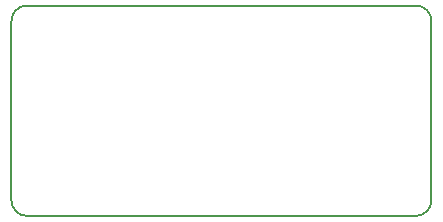
<source format=gm1>
G04 #@! TF.GenerationSoftware,KiCad,Pcbnew,8.0.2*
G04 #@! TF.CreationDate,2024-11-02T23:59:00+05:00*
G04 #@! TF.ProjectId,V1,56312e6b-6963-4616-945f-706362585858,r0.1*
G04 #@! TF.SameCoordinates,Original*
G04 #@! TF.FileFunction,Profile,NP*
%FSLAX46Y46*%
G04 Gerber Fmt 4.6, Leading zero omitted, Abs format (unit mm)*
G04 Created by KiCad (PCBNEW 8.0.2) date 2024-11-02 23:59:00*
%MOMM*%
%LPD*%
G01*
G04 APERTURE LIST*
G04 #@! TA.AperFunction,Profile*
%ADD10C,0.150000*%
G04 #@! TD*
G04 APERTURE END LIST*
D10*
X101300000Y-91100000D02*
X134260000Y-91100000D01*
X135560000Y-92400000D02*
X135560000Y-107600000D01*
X100000000Y-107600000D02*
X100000000Y-92400000D01*
X134260000Y-108900000D02*
X101300000Y-108900000D01*
X135560000Y-107600000D02*
G75*
G02*
X134260000Y-108900000I-1300000J0D01*
G01*
X100000000Y-92400000D02*
G75*
G02*
X101300000Y-91100000I1300000J0D01*
G01*
X101300000Y-108900000D02*
G75*
G02*
X100000000Y-107600000I0J1300000D01*
G01*
X134260000Y-91100000D02*
G75*
G02*
X135560000Y-92400000I0J-1300000D01*
G01*
M02*

</source>
